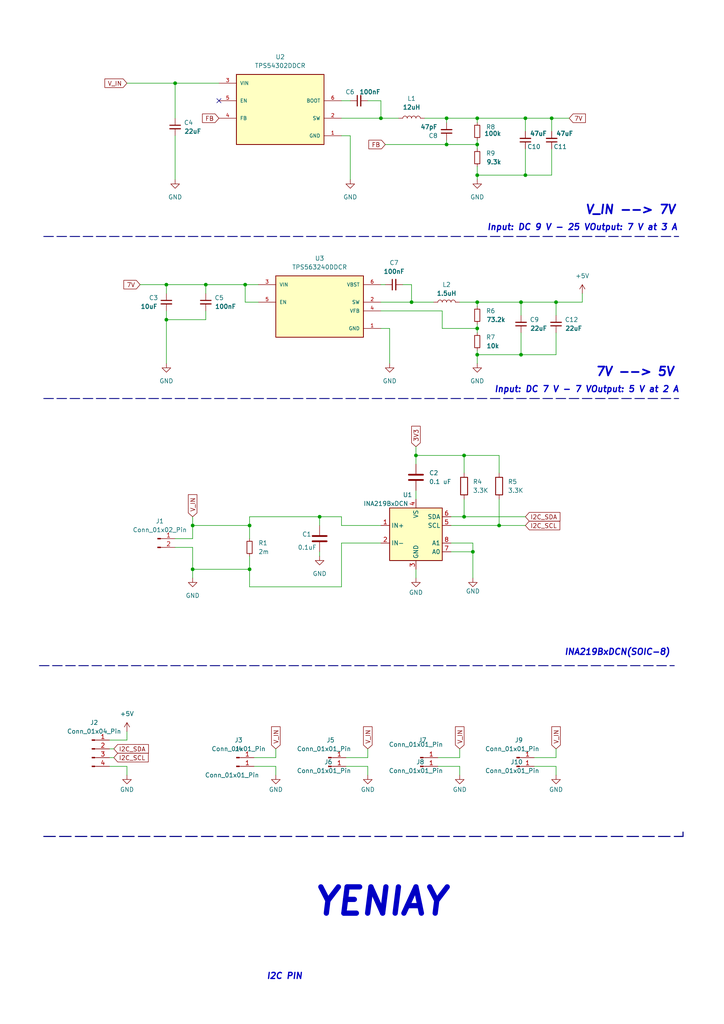
<source format=kicad_sch>
(kicad_sch (version 20231120) (generator "eeschema") (generator_version "8.0")
  (paper "A4" portrait)
  (title_block (title "CPDB") (date "2025-02-23"))
  (lib_symbols
    (symbol "Connector:Conn_01x01_Pin" (pin_names (offset 1.016) hide)
      (property "Reference" "J" (at 0 2.54 0))
      (property "Value" "Conn_01x01_Pin" (at 0 -2.54 0))
      (symbol "Conn_01x01_Pin_1_1"
        (polyline (pts (xy 1.27 0) (xy 0.8636 0)) (stroke (width 0.1524)))
        (rectangle (start 0.8636 0.127) (end 0 -0.127) (stroke (width 0.1524)) (fill (type outline)))
        (pin passive line (at 5.08 0 180) (length 3.81) (name "Pin_1") (number "1"))
      )
    )
    (symbol "Connector:Conn_01x02_Pin" (pin_names (offset 1.016) hide)
      (property "Reference" "J" (at 0 2.54 0))
      (property "Value" "Conn_01x02_Pin" (at 0 -5.08 0))
      (symbol "Conn_01x02_Pin_1_1"
        (polyline (pts (xy 1.27 -2.54) (xy 0.8636 -2.54)) (stroke (width 0.1524)))
        (polyline (pts (xy 1.27 0) (xy 0.8636 0)) (stroke (width 0.1524)))
        (rectangle (start 0.8636 -2.413) (end 0 -2.667) (stroke (width 0.1524)) (fill (type outline)))
        (rectangle (start 0.8636 0.127) (end 0 -0.127) (stroke (width 0.1524)) (fill (type outline)))
        (pin passive line (at 5.08 0 180) (length 3.81) (name "Pin_1") (number "1"))
        (pin passive line (at 5.08 -2.54 180) (length 3.81) (name "Pin_2") (number "2"))
      )
    )
    (symbol "Connector:Conn_01x04_Pin" (pin_names (offset 1.016) hide)
      (property "Reference" "J" (at 0 5.08 0))
      (property "Value" "Conn_01x04_Pin" (at 0 -7.62 0))
      (symbol "Conn_01x04_Pin_1_1"
        (polyline (pts (xy 1.27 -5.08) (xy 0.8636 -5.08)) (stroke (width 0.1524)))
        (polyline (pts (xy 1.27 -2.54) (xy 0.8636 -2.54)) (stroke (width 0.1524)))
        (polyline (pts (xy 1.27 0) (xy 0.8636 0)) (stroke (width 0.1524)))
        (polyline (pts (xy 1.27 2.54) (xy 0.8636 2.54)) (stroke (width 0.1524)))
        (rectangle (start 0.8636 -4.953) (end 0 -5.207) (stroke (width 0.1524)) (fill (type outline)))
        (rectangle (start 0.8636 -2.413) (end 0 -2.667) (stroke (width 0.1524)) (fill (type outline)))
        (rectangle (start 0.8636 0.127) (end 0 -0.127) (stroke (width 0.1524)) (fill (type outline)))
        (rectangle (start 0.8636 2.667) (end 0 2.413) (stroke (width 0.1524)) (fill (type outline)))
        (pin passive line (at 5.08 2.54 180) (length 3.81) (name "Pin_1") (number "1"))
        (pin passive line (at 5.08 0 180) (length 3.81) (name "Pin_2") (number "2"))
        (pin passive line (at 5.08 -2.54 180) (length 3.81) (name "Pin_3") (number "3"))
        (pin passive line (at 5.08 -5.08 180) (length 3.81) (name "Pin_4") (number "4"))
      )
    )
    (symbol "Device:C" (pin_numbers hide) (pin_names (offset 0.254))
      (property "Reference" "C" (at 0.635 2.54 0))
      (property "Value" "C" (at 0.635 -2.54 0))
      (symbol "C_0_1"
        (polyline (pts (xy -2.032 -0.762) (xy 2.032 -0.762)) (stroke (width 0.508)))
        (polyline (pts (xy -2.032 0.762) (xy 2.032 0.762)) (stroke (width 0.508)))
      )
      (symbol "C_1_1"
        (pin passive line (at 0 3.81 270) (length 2.794) (name "~") (number "1"))
        (pin passive line (at 0 -3.81 90) (length 2.794) (name "~") (number "2"))
      )
    )
    (symbol "Device:C_Small" (pin_numbers hide) (pin_names (offset 0.254) hide)
      (property "Reference" "C" (at 0.254 1.778 0))
      (property "Value" "C_Small" (at 0.254 -2.032 0))
      (symbol "C_Small_0_1"
        (polyline (pts (xy -1.524 -0.508) (xy 1.524 -0.508)) (stroke (width 0.3302)))
        (polyline (pts (xy -1.524 0.508) (xy 1.524 0.508)) (stroke (width 0.3048)))
      )
      (symbol "C_Small_1_1"
        (pin passive line (at 0 2.54 270) (length 2.032) (name "~") (number "1"))
        (pin passive line (at 0 -2.54 90) (length 2.032) (name "~") (number "2"))
      )
    )
    (symbol "Device:L" (pin_numbers hide) (pin_names (offset 1.016) hide)
      (property "Reference" "L" (at -1.27 0 90))
      (property "Value" "L" (at 1.905 0 90))
      (symbol "L_0_1"
        (arc (start 0 -2.54) (mid 0.6323 -1.905) (end 0 -1.27))
        (arc (start 0 -1.27) (mid 0.6323 -0.635) (end 0 0))
        (arc (start 0 0) (mid 0.6323 0.635) (end 0 1.27))
        (arc (start 0 1.27) (mid 0.6323 1.905) (end 0 2.54))
      )
      (symbol "L_1_1"
        (pin passive line (at 0 3.81 270) (length 1.27) (name "1") (number "1"))
        (pin passive line (at 0 -3.81 90) (length 1.27) (name "2") (number "2"))
      )
    )
    (symbol "Device:R" (pin_numbers hide) (pin_names (offset 0))
      (property "Reference" "R" (at 2.032 0 90))
      (property "Value" "R" (at 0 0 90))
      (symbol "R_0_1"
        (rectangle (start -1.016 -2.54) (end 1.016 2.54) (stroke (width 0.254)))
      )
      (symbol "R_1_1"
        (pin passive line (at 0 3.81 270) (length 1.27) (name "~") (number "1"))
        (pin passive line (at 0 -3.81 90) (length 1.27) (name "~") (number "2"))
      )
    )
    (symbol "Device:R_Small" (pin_numbers hide) (pin_names (offset 0.254) hide)
      (property "Reference" "R" (at 0.762 0.508 0))
      (property "Value" "R_Small" (at 0.762 -1.016 0))
      (symbol "R_Small_0_1"
        (rectangle (start -0.762 1.778) (end 0.762 -1.778) (stroke (width 0.2032)))
      )
      (symbol "R_Small_1_1"
        (pin passive line (at 0 2.54 270) (length 0.762) (name "~") (number "1"))
        (pin passive line (at 0 -2.54 90) (length 0.762) (name "~") (number "2"))
      )
    )
    (symbol "Sensor_Energy:INA219BxDCN"
      (property "Reference" "U" (at -6.35 8.89 0))
      (property "Value" "INA219BxDCN" (at 6.35 8.89 0))
      (symbol "INA219BxDCN_0_1"
        (rectangle (start -7.62 7.62) (end 7.62 -7.62) (stroke (width 0.254)) (fill (type background)))
      )
      (symbol "INA219BxDCN_1_1"
        (pin input line (at -10.16 2.54 0) (length 2.54) (name "IN+") (number "1"))
        (pin input line (at -10.16 -2.54 0) (length 2.54) (name "IN-") (number "2"))
        (pin power_in line (at 0 -10.16 90) (length 2.54) (name "GND") (number "3"))
        (pin power_in line (at 0 10.16 270) (length 2.54) (name "VS") (number "4"))
        (pin input line (at 10.16 2.54 180) (length 2.54) (name "SCL") (number "5"))
        (pin bidirectional line (at 10.16 5.08 180) (length 2.54) (name "SDA") (number "6"))
        (pin input line (at 10.16 -5.08 180) (length 2.54) (name "A0") (number "7"))
        (pin input line (at 10.16 -2.54 180) (length 2.54) (name "A1") (number "8"))
      )
    )
    (symbol "TPS54302DDCR:TPS54302DDCR" (pin_names (offset 1.016))
      (property "Reference" "U" (at -12.7 11.16 0))
      (property "Value" "TPS54302DDCR" (at -12.7 -11.62 0))
      (symbol "TPS54302DDCR_0_0"
        (rectangle (start -12.7 -10.16) (end 12.7 10.16) (stroke (width 0.254)) (fill (type background)))
        (pin power_in line (at 17.78 -7.62 180) (length 5.08) (name "GND") (number "1"))
        (pin output line (at 17.78 -2.54 180) (length 5.08) (name "SW") (number "2"))
        (pin power_in line (at -17.78 7.62 0) (length 5.08) (name "VIN") (number "3"))
        (pin input line (at -17.78 -2.54 0) (length 5.08) (name "FB") (number "4"))
        (pin input line (at -17.78 2.54 0) (length 5.08) (name "EN") (number "5"))
        (pin output line (at 17.78 2.54 180) (length 5.08) (name "BOOT") (number "6"))
      )
    )
    (symbol "TPS563240DDCR:TPS563240DDCR" (pin_names (offset 1.016))
      (property "Reference" "U" (at -12.7 11.049 0))
      (property "Value" "TPS563240DDCR" (at -12.7 -10.16 0))
      (symbol "TPS563240DDCR_0_0"
        (rectangle (start -12.7 -7.62) (end 12.7 10.16) (stroke (width 0.254)) (fill (type background)))
        (pin power_in line (at 17.78 -5.08 180) (length 5.08) (name "GND") (number "1"))
        (pin output line (at 17.78 2.54 180) (length 5.08) (name "SW") (number "2"))
        (pin input line (at -17.78 7.62 0) (length 5.08) (name "VIN") (number "3"))
        (pin input line (at 17.78 0 180) (length 5.08) (name "VFB") (number "4"))
        (pin input line (at -17.78 2.54 0) (length 5.08) (name "EN") (number "5"))
        (pin output line (at 17.78 7.62 180) (length 5.08) (name "VBST") (number "6"))
      )
    )
    (symbol "power:+5V" (power) (pin_numbers hide) (pin_names (offset 0) hide)
      (property "Value" "+5V" (at 0 3.556 0))
      (symbol "+5V_0_1"
        (polyline (pts (xy -0.762 1.27) (xy 0 2.54)))
        (polyline (pts (xy 0 0) (xy 0 2.54)))
        (polyline (pts (xy 0 2.54) (xy 0.762 1.27)))
      )
      (symbol "+5V_1_1"
        (pin power_in line (at 0 0 90) (length 0) (name "~") (number "1"))
      )
    )
    (symbol "power:GND" (power) (pin_numbers hide) (pin_names (offset 0) hide)
      (property "Value" "GND" (at 0 -3.81 0))
      (symbol "GND_0_1"
        (polyline (pts (xy 0 0) (xy 0 -1.27) (xy 1.27 -1.27) (xy 0 -2.54) (xy -1.27 -1.27) (xy 0 -1.27)))
      )
      (symbol "GND_1_1"
        (pin power_in line (at 0 0 270) (length 0) (name "~") (number "1"))
      )
    )
  )
  (junction (at 152.4 50.8))
  (junction (at 55.88 165.1))
  (junction (at 138.43 95.25))
  (junction (at 151.13 87.63))
  (junction (at 59.69 82.55))
  (junction (at 119.38 87.63))
  (junction (at 152.4 34.29))
  (junction (at 137.16 160.02))
  (junction (at 138.43 34.29))
  (junction (at 160.02 34.29))
  (junction (at 134.62 149.86))
  (junction (at 55.88 152.4))
  (junction (at 138.43 102.87))
  (junction (at 71.12 82.55))
  (junction (at 72.39 152.4))
  (junction (at 138.43 87.63))
  (junction (at 138.43 50.8))
  (junction (at 50.8 24.13))
  (junction (at 161.29 87.63))
  (junction (at 144.78 152.4))
  (junction (at 151.13 102.87))
  (junction (at 48.26 92.71))
  (junction (at 48.26 82.55))
  (junction (at 72.39 165.1))
  (junction (at 129.54 41.91))
  (junction (at 110.49 34.29))
  (junction (at 92.71 149.86))
  (junction (at 138.43 41.91))
  (junction (at 134.62 132.08))
  (junction (at 120.65 132.08))
  (junction (at 129.54 34.29))
  (no_connect (at 63.5 29.21))
  (wire (pts (xy 134.62 132.08) (xy 134.62 137.16)))
  (wire (pts (xy 130.81 152.4) (xy 144.78 152.4)))
  (wire (pts (xy 161.29 219.71) (xy 161.29 217.17)))
  (wire (pts (xy 119.38 87.63) (xy 125.73 87.63)))
  (wire (pts (xy 99.06 157.48) (xy 99.06 170.18)))
  (wire (pts (xy 50.8 156.21) (xy 55.88 156.21)))
  (wire (pts (xy 99.06 152.4) (xy 99.06 149.86)))
  (wire (pts (xy 72.39 165.1) (xy 72.39 170.18)))
  (wire (pts (xy 50.8 39.37) (xy 50.8 52.07)))
  (wire (pts (xy 71.12 87.63) (xy 71.12 82.55)))
  (wire (pts (xy 152.4 34.29) (xy 160.02 34.29)))
  (wire (pts (xy 138.43 50.8) (xy 138.43 48.26)))
  (wire (pts (xy 161.29 87.63) (xy 168.91 87.63)))
  (wire (pts (xy 33.02 217.17) (xy 31.75 217.17)))
  (wire (pts (xy 138.43 93.98) (xy 138.43 95.25)))
  (wire (pts (xy 138.43 50.8) (xy 138.43 52.07)))
  (wire (pts (xy 144.78 144.78) (xy 144.78 152.4)))
  (wire (pts (xy 161.29 87.63) (xy 161.29 91.44)))
  (wire (pts (xy 80.01 222.25) (xy 73.66 222.25)))
  (wire (pts (xy 138.43 87.63) (xy 151.13 87.63)))
  (wire (pts (xy 73.66 219.71) (xy 80.01 219.71)))
  (wire (pts (xy 106.68 219.71) (xy 106.68 217.17)))
  (wire (pts (xy 72.39 149.86) (xy 92.71 149.86)))
  (wire (pts (xy 36.83 222.25) (xy 36.83 224.79)))
  (wire (pts (xy 137.16 157.48) (xy 137.16 160.02)))
  (wire (pts (xy 110.49 82.55) (xy 111.76 82.55)))
  (wire (pts (xy 36.83 24.13) (xy 50.8 24.13)))
  (wire (pts (xy 106.68 224.79) (xy 106.68 222.25)))
  (wire (pts (xy 55.88 152.4) (xy 55.88 156.21)))
  (wire (pts (xy 59.69 82.55) (xy 71.12 82.55)))
  (wire (pts (xy 110.49 152.4) (xy 99.06 152.4)))
  (wire (pts (xy 120.65 129.54) (xy 120.65 132.08)))
  (wire (pts (xy 48.26 82.55) (xy 48.26 85.09)))
  (wire (pts (xy 130.81 157.48) (xy 137.16 157.48)))
  (wire (pts (xy 129.54 41.91) (xy 129.54 40.64)))
  (wire (pts (xy 133.35 222.25) (xy 127 222.25)))
  (wire (pts (xy 151.13 87.63) (xy 151.13 91.44)))
  (wire (pts (xy 120.65 142.24) (xy 120.65 144.78)))
  (wire (pts (xy 138.43 34.29) (xy 138.43 35.56)))
  (wire (pts (xy 99.06 34.29) (xy 110.49 34.29)))
  (wire (pts (xy 151.13 96.52) (xy 151.13 102.87)))
  (wire (pts (xy 129.54 41.91) (xy 138.43 41.91)))
  (wire (pts (xy 99.06 39.37) (xy 101.6 39.37)))
  (wire (pts (xy 138.43 40.64) (xy 138.43 41.91)))
  (wire (pts (xy 55.88 152.4) (xy 55.88 149.86)))
  (wire (pts (xy 110.49 90.17) (xy 128.27 90.17)))
  (wire (pts (xy 151.13 102.87) (xy 138.43 102.87)))
  (wire (pts (xy 72.39 152.4) (xy 72.39 156.21)))
  (wire (pts (xy 55.88 165.1) (xy 55.88 167.64)))
  (wire (pts (xy 161.29 222.25) (xy 154.94 222.25)))
  (wire (pts (xy 55.88 158.75) (xy 55.88 165.1)))
  (wire (pts (xy 92.71 149.86) (xy 92.71 152.4)))
  (wire (pts (xy 59.69 82.55) (xy 59.69 85.09)))
  (wire (pts (xy 161.29 224.79) (xy 161.29 222.25)))
  (wire (pts (xy 152.4 34.29) (xy 138.43 34.29)))
  (wire (pts (xy 55.88 152.4) (xy 72.39 152.4)))
  (wire (pts (xy 110.49 87.63) (xy 119.38 87.63)))
  (wire (pts (xy 120.65 167.64) (xy 120.65 165.1)))
  (wire (pts (xy 40.64 82.55) (xy 48.26 82.55)))
  (wire (pts (xy 59.69 92.71) (xy 48.26 92.71)))
  (wire (pts (xy 72.39 170.18) (xy 99.06 170.18)))
  (wire (pts (xy 129.54 34.29) (xy 138.43 34.29)))
  (wire (pts (xy 101.6 39.37) (xy 101.6 52.07)))
  (wire (pts (xy 110.49 34.29) (xy 115.57 34.29)))
  (wire (pts (xy 134.62 144.78) (xy 134.62 149.86)))
  (wire (pts (xy 50.8 24.13) (xy 63.5 24.13)))
  (wire (pts (xy 50.8 24.13) (xy 50.8 34.29)))
  (wire (pts (xy 133.35 87.63) (xy 138.43 87.63)))
  (wire (pts (xy 144.78 132.08) (xy 144.78 137.16)))
  (wire (pts (xy 113.03 95.25) (xy 113.03 105.41)))
  (wire (pts (xy 72.39 161.29) (xy 72.39 165.1)))
  (wire (pts (xy 152.4 43.18) (xy 152.4 50.8)))
  (wire (pts (xy 55.88 165.1) (xy 72.39 165.1)))
  (wire (pts (xy 134.62 149.86) (xy 152.4 149.86)))
  (wire (pts (xy 138.43 41.91) (xy 138.43 43.18)))
  (wire (pts (xy 133.35 224.79) (xy 133.35 222.25)))
  (bus (pts (xy 198.12 241.3) (xy 198.12 242.57)))
  (wire (pts (xy 138.43 87.63) (xy 138.43 88.9)))
  (wire (pts (xy 111.76 41.91) (xy 129.54 41.91)))
  (wire (pts (xy 72.39 149.86) (xy 72.39 152.4)))
  (wire (pts (xy 144.78 152.4) (xy 152.4 152.4)))
  (wire (pts (xy 48.26 82.55) (xy 59.69 82.55)))
  (wire (pts (xy 129.54 34.29) (xy 129.54 35.56)))
  (wire (pts (xy 128.27 90.17) (xy 128.27 95.25)))
  (wire (pts (xy 59.69 90.17) (xy 59.69 92.71)))
  (bus (pts (xy 12.7 115.57) (xy 196.85 115.57)) (stroke (width 0.254) (type dash)))
  (wire (pts (xy 168.91 85.09) (xy 168.91 87.63)))
  (wire (pts (xy 80.01 219.71) (xy 80.01 217.17)))
  (wire (pts (xy 36.83 214.63) (xy 36.83 212.09)))
  (wire (pts (xy 152.4 50.8) (xy 138.43 50.8)))
  (wire (pts (xy 151.13 87.63) (xy 161.29 87.63)))
  (wire (pts (xy 48.26 90.17) (xy 48.26 92.71)))
  (wire (pts (xy 92.71 161.29) (xy 92.71 160.02)))
  (wire (pts (xy 160.02 34.29) (xy 165.1 34.29)))
  (wire (pts (xy 106.68 222.25) (xy 100.33 222.25)))
  (wire (pts (xy 74.93 87.63) (xy 71.12 87.63)))
  (wire (pts (xy 152.4 38.1) (xy 152.4 34.29)))
  (wire (pts (xy 161.29 96.52) (xy 161.29 102.87)))
  (wire (pts (xy 128.27 95.25) (xy 138.43 95.25)))
  (wire (pts (xy 120.65 132.08) (xy 120.65 134.62)))
  (bus (pts (xy 12.7 242.57) (xy 198.12 242.57)) (stroke (width 0) (type dash)))
  (wire (pts (xy 110.49 95.25) (xy 113.03 95.25)))
  (wire (pts (xy 92.71 149.86) (xy 99.06 149.86)))
  (wire (pts (xy 119.38 82.55) (xy 119.38 87.63)))
  (wire (pts (xy 160.02 50.8) (xy 152.4 50.8)))
  (wire (pts (xy 160.02 43.18) (xy 160.02 50.8)))
  (wire (pts (xy 31.75 222.25) (xy 36.83 222.25)))
  (bus (pts (xy 11.43 193.04) (xy 195.58 193.04)) (stroke (width 0.254) (type dash)))
  (wire (pts (xy 138.43 95.25) (xy 138.43 96.52)))
  (wire (pts (xy 133.35 219.71) (xy 133.35 217.17)))
  (wire (pts (xy 110.49 29.21) (xy 110.49 34.29)))
  (wire (pts (xy 130.81 149.86) (xy 134.62 149.86)))
  (wire (pts (xy 99.06 29.21) (xy 101.6 29.21)))
  (wire (pts (xy 160.02 34.29) (xy 160.02 38.1)))
  (wire (pts (xy 120.65 132.08) (xy 134.62 132.08)))
  (wire (pts (xy 134.62 132.08) (xy 144.78 132.08)))
  (wire (pts (xy 106.68 29.21) (xy 110.49 29.21)))
  (wire (pts (xy 48.26 92.71) (xy 48.26 105.41)))
  (wire (pts (xy 116.84 82.55) (xy 119.38 82.55)))
  (wire (pts (xy 138.43 102.87) (xy 138.43 105.41)))
  (wire (pts (xy 161.29 102.87) (xy 151.13 102.87)))
  (wire (pts (xy 137.16 160.02) (xy 137.16 167.64)))
  (wire (pts (xy 31.75 214.63) (xy 36.83 214.63)))
  (wire (pts (xy 154.94 219.71) (xy 161.29 219.71)))
  (wire (pts (xy 50.8 158.75) (xy 55.88 158.75)))
  (wire (pts (xy 71.12 82.55) (xy 74.93 82.55)))
  (wire (pts (xy 80.01 224.79) (xy 80.01 222.25)))
  (wire (pts (xy 127 219.71) (xy 133.35 219.71)))
  (wire (pts (xy 130.81 160.02) (xy 137.16 160.02)))
  (wire (pts (xy 33.02 219.71) (xy 31.75 219.71)))
  (bus (pts (xy 12.7 68.58) (xy 196.85 68.58)) (stroke (width 0.254) (type dash)))
  (wire (pts (xy 138.43 102.87) (xy 138.43 101.6)))
  (wire (pts (xy 110.49 157.48) (xy 99.06 157.48)))
  (wire (pts (xy 123.19 34.29) (xy 129.54 34.29)))
  (wire (pts (xy 100.33 219.71) (xy 106.68 219.71)))
  (text "INA219BxDCN(SOIC-8)" (at 179.07 189.23 0) (effects (font (size 1.778 1.778) (thickness 0.3556) (bold yes) (italic yes))))
  (text "YENIAY" (at 110.49 261.62 0) (effects (font (size 7.62 7.62) (thickness 1.524) (bold yes) (italic yes))))
  (text "Input: DC 7 V - 7 VOutput: 5 V at 2 A" (at 170.18 113.03 0) (effects (font (size 1.778 1.778) (thickness 0.3556) (bold yes) (italic yes))))
  (text "I2C PIN" (at 82.55 283.21 0) (effects (font (size 1.778 1.778) (thickness 0.3556) (bold yes) (italic yes))))
  (text "Input: DC 9 V - 25 VOutput: 7 V at 3 A" (at 168.91 66.04 0) (effects (font (size 1.778 1.778) (thickness 0.3556) (bold yes) (italic yes))))
  (text "V_IN --> 7V" (at 182.88 60.96 0) (effects (font (size 2.54 2.54) (bold yes) (italic yes))))
  (text "7V --> 5V" (at 184.15 107.95 0) (effects (font (size 2.54 2.54) (bold yes) (italic yes))))
  (global_label "I2C_SDA" (shape input) (at 33.02 217.17 0) (property "Intersheetrefs" "${INTERSHEET_REFS}" (effects (hide yes))))
  (global_label "V_IN" (shape input) (at 55.88 149.86 90) (property "Intersheetrefs" "${INTERSHEET_REFS}" (effects (hide yes))))
  (global_label "7V" (shape input) (at 40.64 82.55 180) (property "Intersheetrefs" "${INTERSHEET_REFS}" (effects (hide yes))))
  (global_label "I2C_SCL" (shape input) (at 152.4 152.4 0) (property "Intersheetrefs" "${INTERSHEET_REFS}" (effects (hide yes))))
  (global_label "I2C_SCL" (shape input) (at 33.02 219.71 0) (property "Intersheetrefs" "${INTERSHEET_REFS}" (effects (hide yes))))
  (global_label "V_IN" (shape input) (at 36.83 24.13 180) (property "Intersheetrefs" "${INTERSHEET_REFS}" (effects (hide yes))))
  (global_label "V_IN" (shape input) (at 80.01 217.17 90) (property "Intersheetrefs" "${INTERSHEET_REFS}" (effects (hide yes))))
  (global_label "FB" (shape input) (at 63.5 34.29 180) (property "Intersheetrefs" "${INTERSHEET_REFS}" (effects (hide yes))))
  (global_label "I2C_SDA" (shape input) (at 152.4 149.86 0) (property "Intersheetrefs" "${INTERSHEET_REFS}" (effects (hide yes))))
  (global_label "V_IN" (shape input) (at 133.35 217.17 90) (property "Intersheetrefs" "${INTERSHEET_REFS}" (effects (hide yes))))
  (global_label "V_IN" (shape input) (at 161.29 217.17 90) (property "Intersheetrefs" "${INTERSHEET_REFS}" (effects (hide yes))))
  (global_label "3V3" (shape input) (at 120.65 129.54 90) (property "Intersheetrefs" "${INTERSHEET_REFS}" (effects (hide yes))))
  (global_label "FB" (shape input) (at 111.76 41.91 180) (property "Intersheetrefs" "${INTERSHEET_REFS}" (effects (hide yes))))
  (global_label "7V" (shape input) (at 165.1 34.29 0) (property "Intersheetrefs" "${INTERSHEET_REFS}" (effects (hide yes))))
  (global_label "V_IN" (shape input) (at 106.68 217.17 90) (property "Intersheetrefs" "${INTERSHEET_REFS}" (effects (hide yes))))
  (symbol (lib_id "Device:C") (at 120.65 138.43 0) (unit 1)
    (property "Reference" "C2" (at 124.46 137.1599 0) (effects (justify left)))
    (property "Value" "0.1 uF" (at 124.46 139.6999 0) (effects (justify left)))
    (property "Footprint" "Capacitor_SMD:C_0603_1608Metric" (effects (hide yes)))
    (property "Description" "Unpolarized capacitor" (effects (hide yes)))
  )
  (symbol (lib_id "Connector:Conn_01x01_Pin") (at 95.25 219.71 0) (unit 1)
    (property "Reference" "J5" (at 95.885 214.63 0))
    (property "Value" "Conn_01x01_Pin" (at 93.98 217.17 0))
    (property "Footprint" "Connector_Samtec_HPM_THT:Samtec_HPM-01-05-x-S_Straight_1x01_Pitch5.08mm" (effects (hide yes)))
    (property "Description" "Generic connector, single row, 01x01, script generated" (effects (hide yes)))
  )
  (symbol (lib_id "power:GND") (at 101.6 52.07 0) (unit 1)
    (property "Reference" "#PWR07" (effects (hide yes)))
    (property "Value" "GND" (at 101.6 57.15 0))
    (property "Description" "Power symbol creates a global label with name \"GND\" , ground" (effects (hide yes)))
  )
  (symbol (lib_id "Device:C_Small") (at 152.4 40.64 180) (unit 1)
    (property "Reference" "C10" (at 156.845 42.545 0) (effects (justify left)))
    (property "Value" "47uF" (at 158.75 38.735 0) (effects (font (bold yes)) (justify left)))
    (property "Footprint" "Capacitor_SMD:C_0805_2012Metric" (effects (hide yes)))
    (property "Description" "Unpolarized capacitor, small symbol" (effects (hide yes)))
  )
  (symbol (lib_id "Device:L") (at 129.54 87.63 90) (unit 1)
    (property "Reference" "L2" (at 129.54 82.55 90))
    (property "Value" "1.5uH" (at 129.54 85.09 90) (effects (font (bold yes))))
    (property "Footprint" "Inductor_SMD:L_Coilcraft_XAL4020-XXX" (effects (hide yes)))
    (property "Description" "Inductor" (effects (hide yes)))
  )
  (symbol (lib_id "power:GND") (at 80.01 224.79 0) (unit 1)
    (property "Reference" "#PWR014" (effects (hide yes)))
    (property "Value" "GND" (at 80.01 228.9853 0))
    (property "Description" "Power symbol creates a global label with name \"GND\" , ground" (effects (hide yes)))
  )
  (symbol (lib_id "Connector:Conn_01x04_Pin") (at 26.67 217.17 0) (unit 1)
    (property "Reference" "J2" (at 27.305 209.55 0))
    (property "Value" "Conn_01x04_Pin" (at 27.305 212.09 0))
    (property "Footprint" "Connector_PinHeader_1.00mm:PinHeader_1x04_P1.00mm_Vertical_SMD_Pin1Left" (effects (hide yes)))
    (property "Description" "Generic connector, single row, 01x04, script generated" (effects (hide yes)))
  )
  (symbol (lib_id "Device:C_Small") (at 59.69 87.63 0) (unit 1)
    (property "Reference" "C5" (at 62.23 86.3662 0) (effects (justify left)))
    (property "Value" "100nF" (at 62.23 88.9 0) (effects (font (bold yes)) (justify left)))
    (property "Footprint" "Capacitor_SMD:C_0603_1608Metric" (effects (hide yes)))
    (property "Description" "Unpolarized capacitor, small symbol" (effects (hide yes)))
  )
  (symbol (lib_id "Connector:Conn_01x01_Pin") (at 121.92 219.71 0) (unit 1)
    (property "Reference" "J7" (at 122.555 214.63 0))
    (property "Value" "Conn_01x01_Pin" (at 120.65 215.9 0))
    (property "Footprint" "Connector_Samtec_HPM_THT:Samtec_HPM-01-05-x-S_Straight_1x01_Pitch5.08mm" (effects (hide yes)))
    (property "Description" "Generic connector, single row, 01x01, script generated" (effects (hide yes)))
  )
  (symbol (lib_id "Connector:Conn_01x01_Pin") (at 68.58 222.25 0) (unit 1)
    (property "Reference" "J4" (at 69.215 217.17 0))
    (property "Value" "Conn_01x01_Pin" (at 67.31 224.79 0))
    (property "Footprint" "Connector_Samtec_HPM_THT:Samtec_HPM-01-05-x-S_Straight_1x01_Pitch5.08mm" (effects (hide yes)))
    (property "Description" "Generic connector, single row, 01x01, script generated" (effects (hide yes)))
  )
  (symbol (lib_id "power:GND") (at 137.16 167.64 0) (unit 1)
    (property "Reference" "#PWR04" (effects (hide yes)))
    (property "Value" "GND" (at 137.16 171.45 0))
    (property "Description" "Power symbol creates a global label with name \"GND\" , ground" (effects (hide yes)))
  )
  (symbol (lib_id "power:+5V") (at 36.83 212.09 0) (unit 1)
    (property "Reference" "#PWR012" (effects (hide yes)))
    (property "Value" "+5V" (at 36.83 207.01 0))
    (property "Description" "Power symbol creates a global label with name \"+5V\"" (effects (hide yes)))
  )
  (symbol (lib_id "Device:C_Small") (at 114.3 82.55 90) (unit 1)
    (property "Reference" "C7" (at 114.3063 76.2 90))
    (property "Value" "100nF" (at 114.3063 78.74 90) (effects (font (bold yes))))
    (property "Footprint" "Capacitor_SMD:C_0603_1608Metric" (effects (hide yes)))
    (property "Description" "Unpolarized capacitor, small symbol" (effects (hide yes)))
  )
  (symbol (lib_id "power:GND") (at 133.35 224.79 0) (unit 1)
    (property "Reference" "#PWR016" (effects (hide yes)))
    (property "Value" "GND" (at 133.35 228.9853 0))
    (property "Description" "Power symbol creates a global label with name \"GND\" , ground" (effects (hide yes)))
  )
  (symbol (lib_id "Connector:Conn_01x01_Pin") (at 149.86 219.71 0) (unit 1)
    (property "Reference" "J9" (at 150.495 214.63 0))
    (property "Value" "Conn_01x01_Pin" (at 148.59 217.17 0))
    (property "Footprint" "Connector_Samtec_HPM_THT:Samtec_HPM-01-05-x-S_Straight_1x01_Pitch5.08mm" (effects (hide yes)))
    (property "Description" "Generic connector, single row, 01x01, script generated" (effects (hide yes)))
  )
  (symbol (lib_id "TPS563240DDCR:TPS563240DDCR") (at 92.71 90.17 0) (unit 1)
    (property "Reference" "U3" (at 92.71 74.93 0))
    (property "Value" "TPS563240DDCR" (at 92.71 77.47 0))
    (property "Footprint" "TPS563240DDCR:SOT95P280X110-6N" (effects (hide yes)))
    (property "MF" "Texas Instruments" (effects (hide yes)))
    (property "MAXIMUM_PACKAGE_HEIGHT" "1.1 mm" (effects (hide yes)))
    (property "Package" "SOT-23-THN-6 Texas Instruments" (effects (hide yes)))
    (property "Price" "None" (effects (hide yes)))
    (property "Check_prices" "https://www.snapeda.com/parts/TPS563240DDCR/Texas+Instruments/view-part/?ref=eda" (effects (hide yes)))
    (property "STANDARD" "IPC 7351B" (effects (hide yes)))
    (property "PARTREV" "A" (effects (hide yes)))
    (property "SnapEDA_Link" "https://www.snapeda.com/parts/TPS563240DDCR/Texas+Instruments/view-part/?ref=snap" (effects (hide yes)))
    (property "MP" "TPS563240DDCR" (effects (hide yes)))
    (property "Description_1" "\n                        \n                            17-V, 3-A, 1.4-MHz synchronous step-down voltage regulator\n                        \n" (effects (hide yes)))
    (property "Availability" "In Stock" (effects (hide yes)))
    (property "MANUFACTURER" "Texas Instruments" (effects (hide yes)))
  )
  (symbol (lib_id "Connector:Conn_01x01_Pin") (at 68.58 219.71 0) (unit 1)
    (property "Reference" "J3" (at 69.215 214.63 0))
    (property "Value" "Conn_01x01_Pin" (at 69.215 217.17 0))
    (property "Footprint" "Connector_Samtec_HPM_THT:Samtec_HPM-01-05-x-S_Straight_1x01_Pitch5.08mm" (effects (hide yes)))
    (property "Description" "Generic connector, single row, 01x01, script generated" (effects (hide yes)))
  )
  (symbol (lib_id "Device:R_Small") (at 138.43 91.44 0) (unit 1)
    (property "Reference" "R6" (at 140.97 90.1699 0) (effects (justify left)))
    (property "Value" "73.2k" (at 140.97 92.71 0) (effects (font (bold yes)) (justify left)))
    (property "Footprint" "Resistor_SMD:R_0805_2012Metric" (effects (hide yes)))
    (property "Description" "Resistor, small symbol" (effects (hide yes)))
  )
  (symbol (lib_id "power:GND") (at 50.8 52.07 0) (unit 1)
    (property "Reference" "#PWR06" (effects (hide yes)))
    (property "Value" "GND" (at 50.8 57.15 0))
    (property "Description" "Power symbol creates a global label with name \"GND\" , ground" (effects (hide yes)))
  )
  (symbol (lib_id "Device:L") (at 119.38 34.29 90) (unit 1)
    (property "Reference" "L1" (at 119.38 28.575 90))
    (property "Value" "12uH" (at 119.38 31.115 90) (effects (font (bold yes))))
    (property "Footprint" "Inductor_SMD:L_Sunlord_SWPA6045S" (effects (hide yes)))
    (property "Description" "Inductor" (effects (hide yes)))
  )
  (symbol (lib_id "Device:R_Small") (at 138.43 99.06 0) (unit 1)
    (property "Reference" "R7" (at 140.97 97.7899 0) (effects (justify left)))
    (property "Value" "10k" (at 140.97 100.33 0) (effects (font (bold yes)) (justify left)))
    (property "Footprint" "Resistor_SMD:R_0805_2012Metric" (effects (hide yes)))
    (property "Description" "Resistor, small symbol" (effects (hide yes)))
  )
  (symbol (lib_id "Connector:Conn_01x01_Pin") (at 95.25 222.25 0) (unit 1)
    (property "Reference" "J6" (at 95.25 220.98 0))
    (property "Value" "Conn_01x01_Pin" (at 93.98 223.52 0))
    (property "Footprint" "Connector_Samtec_HPM_THT:Samtec_HPM-01-05-x-S_Straight_1x01_Pitch5.08mm" (effects (hide yes)))
    (property "Description" "Generic connector, single row, 01x01, script generated" (effects (hide yes)))
  )
  (symbol (lib_id "Connector:Conn_01x02_Pin") (at 45.72 156.21 0) (unit 1)
    (property "Reference" "J1" (at 46.355 151.13 0))
    (property "Value" "Conn_01x02_Pin" (at 46.355 153.67 0))
    (property "Footprint" "Connector_PinHeader_1.00mm:PinHeader_1x02_P1.00mm_Vertical_SMD_Pin1Left" (effects (hide yes)))
    (property "Description" "Generic connector, single row, 01x02, script generated" (effects (hide yes)))
  )
  (symbol (lib_id "power:GND") (at 55.88 167.64 0) (unit 1)
    (property "Reference" "#PWR01" (effects (hide yes)))
    (property "Value" "GND" (at 55.88 172.72 0))
    (property "Description" "Power symbol creates a global label with name \"GND\" , ground" (effects (hide yes)))
  )
  (symbol (lib_id "Device:C_Small") (at 104.14 29.21 90) (unit 1)
    (property "Reference" "C6" (at 102.8762 26.67 90) (effects (justify left)))
    (property "Value" "100nF" (at 110.49 26.67 90) (effects (font (bold yes)) (justify left)))
    (property "Footprint" "Capacitor_SMD:C_0603_1608Metric" (effects (hide yes)))
    (property "Description" "Unpolarized capacitor, small symbol" (effects (hide yes)))
  )
  (symbol (lib_id "power:GND") (at 138.43 105.41 0) (unit 1)
    (property "Reference" "#PWR09" (effects (hide yes)))
    (property "Value" "GND" (at 138.43 110.49 0))
    (property "Description" "Power symbol creates a global label with name \"GND\" , ground" (effects (hide yes)))
  )
  (symbol (lib_id "TPS54302DDCR:TPS54302DDCR") (at 81.28 31.75 0) (unit 1)
    (property "Reference" "U2" (at 81.28 16.51 0))
    (property "Value" "TPS54302DDCR" (at 81.28 19.05 0))
    (property "Footprint" "TPS54302DDCR:SOT95P280X110-6N" (effects (hide yes)))
    (property "MF" "Texas Instruments" (effects (hide yes)))
    (property "MAXIMUM_PACKAGE_HEIGHT" "1.10 mm" (effects (hide yes)))
    (property "Package" "SOT-23-THN-6 Texas Instruments" (effects (hide yes)))
    (property "Price" "None" (effects (hide yes)))
    (property "Check_prices" "https://www.snapeda.com/parts/TPS54302DDCR/Texas+Instruments/view-part/?ref=eda" (effects (hide yes)))
    (property "STANDARD" "IPC-7351B" (effects (hide yes)))
    (property "PARTREV" "A" (effects (hide yes)))
    (property "SnapEDA_Link" "https://www.snapeda.com/parts/TPS54302DDCR/Texas+Instruments/view-part/?ref=snap" (effects (hide yes)))
    (property "MP" "TPS54302DDCR" (effects (hide yes)))
    (property "Description_1" "\n                        \n                            4.5-V to 28-V Input, 3-A Output, EMI Friendly Synchronous Step-Down Converter\n                        \n" (effects (hide yes)))
    (property "Availability" "In Stock" (effects (hide yes)))
    (property "MANUFACTURER" "Texas Instruments" (effects (hide yes)))
  )
  (symbol (lib_id "Device:R_Small") (at 138.43 38.1 0) (unit 1)
    (property "Reference" "R8" (at 140.97 36.8299 0) (effects (justify left)))
    (property "Value" "100k" (at 140.335 38.735 0) (effects (font (bold yes)) (justify left)))
    (property "Footprint" "Resistor_SMD:R_0805_2012Metric" (effects (hide yes)))
    (property "Description" "Resistor, small symbol" (effects (hide yes)))
  )
  (symbol (lib_id "Sensor_Energy:INA219BxDCN") (at 120.65 154.94 0) (unit 1)
    (property "Reference" "U1" (at 116.84 143.51 0) (effects (justify left)))
    (property "Value" "INA219BxDCN" (at 105.41 146.05 0) (effects (justify left)))
    (property "Footprint" "Package_TO_SOT_SMD:SOT-23-8" (effects (hide yes)))
    (property "Datasheet" "http://www.ti.com/lit/ds/symlink/ina219.pdf" (effects (hide yes)))
    (property "Description" "Zero-Drift, HighAccuracy, Bidirectional Current/Power Monitor (0-26V) With I2C Interface, SOT-23-8" (effects (hide yes)))
  )
  (symbol (lib_id "Device:C_Small") (at 50.8 36.83 0) (unit 1)
    (property "Reference" "C4" (at 53.34 35.5662 0) (effects (justify left)))
    (property "Value" "22uF" (at 53.34 38.1 0) (effects (font (bold yes)) (justify left)))
    (property "Footprint" "Capacitor_SMD:C_0805_2012Metric" (effects (hide yes)))
    (property "Description" "Unpolarized capacitor, small symbol" (effects (hide yes)))
  )
  (symbol (lib_id "power:GND") (at 92.71 161.29 0) (unit 1)
    (property "Reference" "#PWR02" (effects (hide yes)))
    (property "Value" "GND" (at 92.71 166.37 0))
    (property "Description" "Power symbol creates a global label with name \"GND\" , ground" (effects (hide yes)))
  )
  (symbol (lib_id "Device:C_Small") (at 151.13 93.98 180) (unit 1)
    (property "Reference" "C9" (at 153.67 92.7035 0) (effects (justify right)))
    (property "Value" "22uF" (at 153.67 95.2436 0) (effects (font (bold yes)) (justify right)))
    (property "Footprint" "Capacitor_SMD:C_0805_2012Metric" (effects (hide yes)))
    (property "Description" "Unpolarized capacitor, small symbol" (effects (hide yes)))
  )
  (symbol (lib_id "power:GND") (at 36.83 224.79 0) (unit 1)
    (property "Reference" "#PWR013" (effects (hide yes)))
    (property "Value" "GND" (at 36.83 228.9853 0))
    (property "Description" "Power symbol creates a global label with name \"GND\" , ground" (effects (hide yes)))
  )
  (symbol (lib_id "Device:R_Small") (at 138.43 45.72 0) (unit 1)
    (property "Reference" "R9" (at 140.97 44.4499 0) (effects (justify left)))
    (property "Value" "9.3k" (at 140.97 46.99 0) (effects (font (bold yes)) (justify left)))
    (property "Footprint" "Resistor_SMD:R_0805_2012Metric" (effects (hide yes)))
    (property "Description" "Resistor, small symbol" (effects (hide yes)))
  )
  (symbol (lib_id "power:GND") (at 138.43 52.07 0) (unit 1)
    (property "Reference" "#PWR010" (effects (hide yes)))
    (property "Value" "GND" (at 138.43 57.15 0))
    (property "Description" "Power symbol creates a global label with name \"GND\" , ground" (effects (hide yes)))
  )
  (symbol (lib_id "power:GND") (at 120.65 167.64 0) (unit 1)
    (property "Reference" "#PWR03" (effects (hide yes)))
    (property "Value" "GND" (at 120.65 171.8353 0))
    (property "Description" "Power symbol creates a global label with name \"GND\" , ground" (effects (hide yes)))
  )
  (symbol (lib_id "power:GND") (at 161.29 224.79 0) (unit 1)
    (property "Reference" "#PWR017" (effects (hide yes)))
    (property "Value" "GND" (at 161.29 228.9853 0))
    (property "Description" "Power symbol creates a global label with name \"GND\" , ground" (effects (hide yes)))
  )
  (symbol (lib_id "power:GND") (at 113.03 105.41 0) (unit 1)
    (property "Reference" "#PWR08" (effects (hide yes)))
    (property "Value" "GND" (at 113.03 110.49 0))
    (property "Description" "Power symbol creates a global label with name \"GND\" , ground" (effects (hide yes)))
  )
  (symbol (lib_id "Connector:Conn_01x01_Pin") (at 149.86 222.25 0) (unit 1)
    (property "Reference" "J10" (at 149.86 220.98 0))
    (property "Value" "Conn_01x01_Pin" (at 148.59 223.52 0))
    (property "Footprint" "Connector_Samtec_HPM_THT:Samtec_HPM-01-05-x-S_Straight_1x01_Pitch5.08mm" (effects (hide yes)))
    (property "Description" "Generic connector, single row, 01x01, script generated" (effects (hide yes)))
  )
  (symbol (lib_id "power:+5V") (at 168.91 85.09 0) (unit 1)
    (property "Reference" "#PWR011" (effects (hide yes)))
    (property "Value" "+5V" (at 168.91 80.01 0))
    (property "Description" "Power symbol creates a global label with name \"+5V\"" (effects (hide yes)))
  )
  (symbol (lib_id "Device:R_Small") (at 72.39 158.75 0) (unit 1)
    (property "Reference" "R1" (at 74.93 157.4799 0) (effects (justify left)))
    (property "Value" "2m" (at 74.93 160.0199 0) (effects (justify left)))
    (property "Footprint" "Resistor_SMD:R_2512_6332Metric" (effects (hide yes)))
    (property "Description" "Resistor, small symbol" (effects (hide yes)))
  )
  (symbol (lib_id "Connector:Conn_01x01_Pin") (at 121.92 222.25 0) (unit 1)
    (property "Reference" "J8" (at 121.92 220.98 0))
    (property "Value" "Conn_01x01_Pin" (at 120.65 223.52 0))
    (property "Footprint" "Connector_Samtec_HPM_THT:Samtec_HPM-01-05-x-S_Straight_1x01_Pitch5.08mm" (effects (hide yes)))
    (property "Description" "Generic connector, single row, 01x01, script generated" (effects (hide yes)))
  )
  (symbol (lib_id "Device:C_Small") (at 161.29 93.98 180) (unit 1)
    (property "Reference" "C12" (at 163.83 92.7035 0) (effects (justify right)))
    (property "Value" "22uF" (at 163.83 95.2436 0) (effects (font (bold yes)) (justify right)))
    (property "Footprint" "Capacitor_SMD:C_0805_2012Metric" (effects (hide yes)))
    (property "Description" "Unpolarized capacitor, small symbol" (effects (hide yes)))
  )
  (symbol (lib_id "Device:C_Small") (at 129.54 38.1 180) (unit 1)
    (property "Reference" "C8" (at 127 39.3638 0) (effects (justify left)))
    (property "Value" "47pF" (at 127 36.83 0) (effects (font (bold yes)) (justify left)))
    (property "Footprint" "Capacitor_SMD:C_0603_1608Metric" (effects (hide yes)))
    (property "Description" "Unpolarized capacitor, small symbol" (effects (hide yes)))
  )
  (symbol (lib_id "power:GND") (at 48.26 105.41 0) (unit 1)
    (property "Reference" "#PWR05" (effects (hide yes)))
    (property "Value" "GND" (at 48.26 110.49 0))
    (property "Description" "Power symbol creates a global label with name \"GND\" , ground" (effects (hide yes)))
  )
  (symbol (lib_id "Device:C") (at 92.71 156.21 0) (unit 1)
    (property "Reference" "C1" (at 87.63 154.94 0) (effects (justify left)))
    (property "Value" "0.1uF" (at 86.36 158.75 0) (effects (justify left)))
    (property "Footprint" "Capacitor_SMD:C_0603_1608Metric" (effects (hide yes)))
    (property "Description" "Unpolarized capacitor" (effects (hide yes)))
  )
  (symbol (lib_id "Device:C_Small") (at 160.02 40.64 180) (unit 1)
    (property "Reference" "C11" (at 164.465 42.545 0) (effects (justify left)))
    (property "Value" "47uF" (at 166.37 38.735 0) (effects (font (bold yes)) (justify left)))
    (property "Footprint" "Capacitor_SMD:C_0805_2012Metric" (effects (hide yes)))
    (property "Description" "Unpolarized capacitor, small symbol" (effects (hide yes)))
  )
  (symbol (lib_id "Device:R") (at 144.78 140.97 0) (unit 1)
    (property "Reference" "R5" (at 147.32 139.6999 0) (effects (justify left)))
    (property "Value" "3.3K" (at 147.32 142.2399 0) (effects (justify left)))
    (property "Footprint" "Resistor_SMD:R_0805_2012Metric" (effects (hide yes)))
    (property "Description" "Resistor" (effects (hide yes)))
  )
  (symbol (lib_id "Device:R") (at 134.62 140.97 0) (unit 1)
    (property "Reference" "R4" (at 137.16 139.6999 0) (effects (justify left)))
    (property "Value" "3.3K" (at 137.16 142.2399 0) (effects (justify left)))
    (property "Footprint" "Resistor_SMD:R_0805_2012Metric" (effects (hide yes)))
    (property "Description" "Resistor" (effects (hide yes)))
  )
  (symbol (lib_id "power:GND") (at 106.68 224.79 0) (unit 1)
    (property "Reference" "#PWR015" (effects (hide yes)))
    (property "Value" "GND" (at 106.68 228.9853 0))
    (property "Description" "Power symbol creates a global label with name \"GND\" , ground" (effects (hide yes)))
  )
  (symbol (lib_id "Device:C_Small") (at 48.26 87.63 0) (unit 1)
    (property "Reference" "C3" (at 43.18 86.36 0) (effects (justify left)))
    (property "Value" "10uF" (at 40.64 88.9 0) (effects (font (bold yes)) (justify left)))
    (property "Footprint" "Capacitor_SMD:C_0805_2012Metric" (effects (hide yes)))
    (property "Description" "Unpolarized capacitor, small symbol" (effects (hide yes)))
  )
)
</source>
